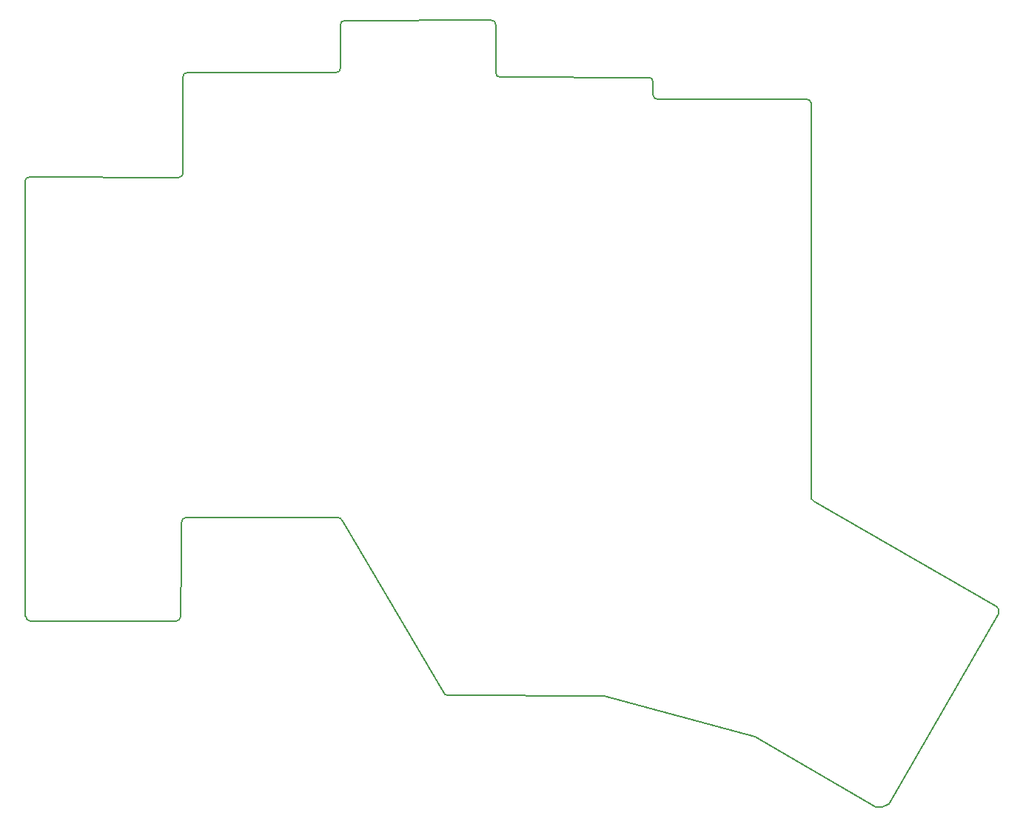
<source format=gbr>
G04 #@! TF.GenerationSoftware,KiCad,Pcbnew,(5.99.0-11177-g6c67dfa032)*
G04 #@! TF.CreationDate,2021-08-29T23:40:53+03:00*
G04 #@! TF.ProjectId,chocofi-topplate,63686f63-6f66-4692-9d74-6f70706c6174,2.1*
G04 #@! TF.SameCoordinates,Original*
G04 #@! TF.FileFunction,Profile,NP*
%FSLAX46Y46*%
G04 Gerber Fmt 4.6, Leading zero omitted, Abs format (unit mm)*
G04 Created by KiCad (PCBNEW (5.99.0-11177-g6c67dfa032)) date 2021-08-29 23:40:53*
%MOMM*%
%LPD*%
G01*
G04 APERTURE LIST*
G04 #@! TA.AperFunction,Profile*
%ADD10C,0.150000*%
G04 #@! TD*
G04 APERTURE END LIST*
D10*
X77012800Y-93776800D02*
X77012800Y-110744000D01*
X94540847Y-62014447D02*
X77419200Y-61976000D01*
X175768000Y-133654800D02*
X188304000Y-111884000D01*
X160477200Y-125984000D02*
X174288668Y-133959600D01*
X125374400Y-121240811D02*
X143154400Y-121259600D01*
X166860000Y-53450000D02*
G75*
G03*
X166360498Y-53055000I-499502J-118325D01*
G01*
X166360498Y-53055000D02*
X149293200Y-53069020D01*
X94540847Y-62014447D02*
G75*
G03*
X95040847Y-61514447I0J500000D01*
G01*
X95517120Y-50006820D02*
G75*
G03*
X95017120Y-50506820I0J-500000D01*
G01*
X130310000Y-44036200D02*
X113530000Y-44049553D01*
X130810000Y-50053400D02*
X130810000Y-44536200D01*
X148293200Y-50569020D02*
X131310000Y-50553400D01*
X148793200Y-52569020D02*
X148793200Y-51069020D01*
X95017120Y-50506820D02*
X95040847Y-61514447D01*
X112547120Y-50006820D02*
X95517120Y-50006820D01*
X113030000Y-44549553D02*
X113047120Y-49506820D01*
X112547120Y-50006820D02*
G75*
G03*
X113047120Y-49506820I0J500000D01*
G01*
X113530000Y-44049553D02*
G75*
G03*
X113030000Y-44549553I0J-500000D01*
G01*
X130810000Y-44536200D02*
G75*
G03*
X130310000Y-44036200I-500000J0D01*
G01*
X130810000Y-50053400D02*
G75*
G03*
X131310000Y-50553400I500000J0D01*
G01*
X148793200Y-51069020D02*
G75*
G03*
X148293200Y-50569020I-500000J0D01*
G01*
X148793200Y-52569020D02*
G75*
G03*
X149293200Y-53069020I500000J0D01*
G01*
X95453200Y-100862652D02*
X112623600Y-100862652D01*
X94843600Y-105562400D02*
X94843600Y-101472252D01*
X113294857Y-101294883D02*
G75*
G03*
X112623600Y-100862652I-671257J-305117D01*
G01*
X125374400Y-121240811D02*
G75*
G02*
X125018800Y-121107200I0J540011D01*
G01*
X175768000Y-133654800D02*
G75*
G02*
X174288668Y-133959599I-1039306J1301890D01*
G01*
X76962000Y-62433200D02*
X77012800Y-76708000D01*
X166860000Y-53450000D02*
X166890000Y-98740000D01*
X94792800Y-112115600D02*
X94843600Y-105562400D01*
X95453200Y-100862652D02*
G75*
G03*
X94843600Y-101472252I0J-609600D01*
G01*
X166890000Y-98740000D02*
G75*
G03*
X167280000Y-99110000I613910J256555D01*
G01*
X94792800Y-112115600D02*
G75*
G02*
X94132400Y-112776000I-660400J0D01*
G01*
X77012800Y-112115600D02*
X77012800Y-110744000D01*
X188021631Y-111020019D02*
X167280000Y-99110000D01*
X77012800Y-76708000D02*
X77012800Y-93776800D01*
X188021631Y-111020019D02*
G75*
G02*
X188304000Y-111884000I-311631J-579981D01*
G01*
X113294857Y-101294883D02*
X125018800Y-121107200D01*
X76962000Y-62433200D02*
G75*
G02*
X77419200Y-61976000I457200J0D01*
G01*
X77673200Y-112776000D02*
X94132400Y-112776000D01*
X143154400Y-121259600D02*
X160477200Y-125984000D01*
X77673200Y-112776000D02*
G75*
G02*
X77012800Y-112115600I0J660400D01*
G01*
M02*

</source>
